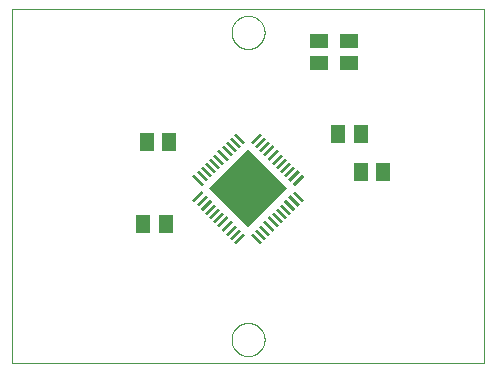
<source format=gbp>
G75*
%MOIN*%
%OFA0B0*%
%FSLAX25Y25*%
%IPPOS*%
%LPD*%
%AMOC8*
5,1,8,0,0,1.08239X$1,22.5*
%
%ADD10C,0.00000*%
%ADD11R,0.18504X0.18504*%
%ADD12R,0.04331X0.00984*%
%ADD13R,0.05118X0.05906*%
%ADD14R,0.05906X0.05118*%
D10*
X0008000Y0021082D02*
X0008000Y0139193D01*
X0165480Y0139193D01*
X0165480Y0021082D01*
X0008000Y0021082D01*
X0081228Y0028956D02*
X0081230Y0029104D01*
X0081236Y0029252D01*
X0081246Y0029400D01*
X0081260Y0029547D01*
X0081278Y0029694D01*
X0081299Y0029840D01*
X0081325Y0029986D01*
X0081355Y0030131D01*
X0081388Y0030275D01*
X0081426Y0030418D01*
X0081467Y0030560D01*
X0081512Y0030701D01*
X0081560Y0030841D01*
X0081613Y0030980D01*
X0081669Y0031117D01*
X0081729Y0031252D01*
X0081792Y0031386D01*
X0081859Y0031518D01*
X0081930Y0031648D01*
X0082004Y0031776D01*
X0082081Y0031902D01*
X0082162Y0032026D01*
X0082246Y0032148D01*
X0082333Y0032267D01*
X0082424Y0032384D01*
X0082518Y0032499D01*
X0082614Y0032611D01*
X0082714Y0032721D01*
X0082816Y0032827D01*
X0082922Y0032931D01*
X0083030Y0033032D01*
X0083141Y0033130D01*
X0083254Y0033226D01*
X0083370Y0033318D01*
X0083488Y0033407D01*
X0083609Y0033492D01*
X0083732Y0033575D01*
X0083857Y0033654D01*
X0083984Y0033730D01*
X0084113Y0033802D01*
X0084244Y0033871D01*
X0084377Y0033936D01*
X0084512Y0033997D01*
X0084648Y0034055D01*
X0084785Y0034110D01*
X0084924Y0034160D01*
X0085065Y0034207D01*
X0085206Y0034250D01*
X0085349Y0034290D01*
X0085493Y0034325D01*
X0085637Y0034357D01*
X0085783Y0034384D01*
X0085929Y0034408D01*
X0086076Y0034428D01*
X0086223Y0034444D01*
X0086370Y0034456D01*
X0086518Y0034464D01*
X0086666Y0034468D01*
X0086814Y0034468D01*
X0086962Y0034464D01*
X0087110Y0034456D01*
X0087257Y0034444D01*
X0087404Y0034428D01*
X0087551Y0034408D01*
X0087697Y0034384D01*
X0087843Y0034357D01*
X0087987Y0034325D01*
X0088131Y0034290D01*
X0088274Y0034250D01*
X0088415Y0034207D01*
X0088556Y0034160D01*
X0088695Y0034110D01*
X0088832Y0034055D01*
X0088968Y0033997D01*
X0089103Y0033936D01*
X0089236Y0033871D01*
X0089367Y0033802D01*
X0089496Y0033730D01*
X0089623Y0033654D01*
X0089748Y0033575D01*
X0089871Y0033492D01*
X0089992Y0033407D01*
X0090110Y0033318D01*
X0090226Y0033226D01*
X0090339Y0033130D01*
X0090450Y0033032D01*
X0090558Y0032931D01*
X0090664Y0032827D01*
X0090766Y0032721D01*
X0090866Y0032611D01*
X0090962Y0032499D01*
X0091056Y0032384D01*
X0091147Y0032267D01*
X0091234Y0032148D01*
X0091318Y0032026D01*
X0091399Y0031902D01*
X0091476Y0031776D01*
X0091550Y0031648D01*
X0091621Y0031518D01*
X0091688Y0031386D01*
X0091751Y0031252D01*
X0091811Y0031117D01*
X0091867Y0030980D01*
X0091920Y0030841D01*
X0091968Y0030701D01*
X0092013Y0030560D01*
X0092054Y0030418D01*
X0092092Y0030275D01*
X0092125Y0030131D01*
X0092155Y0029986D01*
X0092181Y0029840D01*
X0092202Y0029694D01*
X0092220Y0029547D01*
X0092234Y0029400D01*
X0092244Y0029252D01*
X0092250Y0029104D01*
X0092252Y0028956D01*
X0092250Y0028808D01*
X0092244Y0028660D01*
X0092234Y0028512D01*
X0092220Y0028365D01*
X0092202Y0028218D01*
X0092181Y0028072D01*
X0092155Y0027926D01*
X0092125Y0027781D01*
X0092092Y0027637D01*
X0092054Y0027494D01*
X0092013Y0027352D01*
X0091968Y0027211D01*
X0091920Y0027071D01*
X0091867Y0026932D01*
X0091811Y0026795D01*
X0091751Y0026660D01*
X0091688Y0026526D01*
X0091621Y0026394D01*
X0091550Y0026264D01*
X0091476Y0026136D01*
X0091399Y0026010D01*
X0091318Y0025886D01*
X0091234Y0025764D01*
X0091147Y0025645D01*
X0091056Y0025528D01*
X0090962Y0025413D01*
X0090866Y0025301D01*
X0090766Y0025191D01*
X0090664Y0025085D01*
X0090558Y0024981D01*
X0090450Y0024880D01*
X0090339Y0024782D01*
X0090226Y0024686D01*
X0090110Y0024594D01*
X0089992Y0024505D01*
X0089871Y0024420D01*
X0089748Y0024337D01*
X0089623Y0024258D01*
X0089496Y0024182D01*
X0089367Y0024110D01*
X0089236Y0024041D01*
X0089103Y0023976D01*
X0088968Y0023915D01*
X0088832Y0023857D01*
X0088695Y0023802D01*
X0088556Y0023752D01*
X0088415Y0023705D01*
X0088274Y0023662D01*
X0088131Y0023622D01*
X0087987Y0023587D01*
X0087843Y0023555D01*
X0087697Y0023528D01*
X0087551Y0023504D01*
X0087404Y0023484D01*
X0087257Y0023468D01*
X0087110Y0023456D01*
X0086962Y0023448D01*
X0086814Y0023444D01*
X0086666Y0023444D01*
X0086518Y0023448D01*
X0086370Y0023456D01*
X0086223Y0023468D01*
X0086076Y0023484D01*
X0085929Y0023504D01*
X0085783Y0023528D01*
X0085637Y0023555D01*
X0085493Y0023587D01*
X0085349Y0023622D01*
X0085206Y0023662D01*
X0085065Y0023705D01*
X0084924Y0023752D01*
X0084785Y0023802D01*
X0084648Y0023857D01*
X0084512Y0023915D01*
X0084377Y0023976D01*
X0084244Y0024041D01*
X0084113Y0024110D01*
X0083984Y0024182D01*
X0083857Y0024258D01*
X0083732Y0024337D01*
X0083609Y0024420D01*
X0083488Y0024505D01*
X0083370Y0024594D01*
X0083254Y0024686D01*
X0083141Y0024782D01*
X0083030Y0024880D01*
X0082922Y0024981D01*
X0082816Y0025085D01*
X0082714Y0025191D01*
X0082614Y0025301D01*
X0082518Y0025413D01*
X0082424Y0025528D01*
X0082333Y0025645D01*
X0082246Y0025764D01*
X0082162Y0025886D01*
X0082081Y0026010D01*
X0082004Y0026136D01*
X0081930Y0026264D01*
X0081859Y0026394D01*
X0081792Y0026526D01*
X0081729Y0026660D01*
X0081669Y0026795D01*
X0081613Y0026932D01*
X0081560Y0027071D01*
X0081512Y0027211D01*
X0081467Y0027352D01*
X0081426Y0027494D01*
X0081388Y0027637D01*
X0081355Y0027781D01*
X0081325Y0027926D01*
X0081299Y0028072D01*
X0081278Y0028218D01*
X0081260Y0028365D01*
X0081246Y0028512D01*
X0081236Y0028660D01*
X0081230Y0028808D01*
X0081228Y0028956D01*
X0081228Y0131319D02*
X0081230Y0131467D01*
X0081236Y0131615D01*
X0081246Y0131763D01*
X0081260Y0131910D01*
X0081278Y0132057D01*
X0081299Y0132203D01*
X0081325Y0132349D01*
X0081355Y0132494D01*
X0081388Y0132638D01*
X0081426Y0132781D01*
X0081467Y0132923D01*
X0081512Y0133064D01*
X0081560Y0133204D01*
X0081613Y0133343D01*
X0081669Y0133480D01*
X0081729Y0133615D01*
X0081792Y0133749D01*
X0081859Y0133881D01*
X0081930Y0134011D01*
X0082004Y0134139D01*
X0082081Y0134265D01*
X0082162Y0134389D01*
X0082246Y0134511D01*
X0082333Y0134630D01*
X0082424Y0134747D01*
X0082518Y0134862D01*
X0082614Y0134974D01*
X0082714Y0135084D01*
X0082816Y0135190D01*
X0082922Y0135294D01*
X0083030Y0135395D01*
X0083141Y0135493D01*
X0083254Y0135589D01*
X0083370Y0135681D01*
X0083488Y0135770D01*
X0083609Y0135855D01*
X0083732Y0135938D01*
X0083857Y0136017D01*
X0083984Y0136093D01*
X0084113Y0136165D01*
X0084244Y0136234D01*
X0084377Y0136299D01*
X0084512Y0136360D01*
X0084648Y0136418D01*
X0084785Y0136473D01*
X0084924Y0136523D01*
X0085065Y0136570D01*
X0085206Y0136613D01*
X0085349Y0136653D01*
X0085493Y0136688D01*
X0085637Y0136720D01*
X0085783Y0136747D01*
X0085929Y0136771D01*
X0086076Y0136791D01*
X0086223Y0136807D01*
X0086370Y0136819D01*
X0086518Y0136827D01*
X0086666Y0136831D01*
X0086814Y0136831D01*
X0086962Y0136827D01*
X0087110Y0136819D01*
X0087257Y0136807D01*
X0087404Y0136791D01*
X0087551Y0136771D01*
X0087697Y0136747D01*
X0087843Y0136720D01*
X0087987Y0136688D01*
X0088131Y0136653D01*
X0088274Y0136613D01*
X0088415Y0136570D01*
X0088556Y0136523D01*
X0088695Y0136473D01*
X0088832Y0136418D01*
X0088968Y0136360D01*
X0089103Y0136299D01*
X0089236Y0136234D01*
X0089367Y0136165D01*
X0089496Y0136093D01*
X0089623Y0136017D01*
X0089748Y0135938D01*
X0089871Y0135855D01*
X0089992Y0135770D01*
X0090110Y0135681D01*
X0090226Y0135589D01*
X0090339Y0135493D01*
X0090450Y0135395D01*
X0090558Y0135294D01*
X0090664Y0135190D01*
X0090766Y0135084D01*
X0090866Y0134974D01*
X0090962Y0134862D01*
X0091056Y0134747D01*
X0091147Y0134630D01*
X0091234Y0134511D01*
X0091318Y0134389D01*
X0091399Y0134265D01*
X0091476Y0134139D01*
X0091550Y0134011D01*
X0091621Y0133881D01*
X0091688Y0133749D01*
X0091751Y0133615D01*
X0091811Y0133480D01*
X0091867Y0133343D01*
X0091920Y0133204D01*
X0091968Y0133064D01*
X0092013Y0132923D01*
X0092054Y0132781D01*
X0092092Y0132638D01*
X0092125Y0132494D01*
X0092155Y0132349D01*
X0092181Y0132203D01*
X0092202Y0132057D01*
X0092220Y0131910D01*
X0092234Y0131763D01*
X0092244Y0131615D01*
X0092250Y0131467D01*
X0092252Y0131319D01*
X0092250Y0131171D01*
X0092244Y0131023D01*
X0092234Y0130875D01*
X0092220Y0130728D01*
X0092202Y0130581D01*
X0092181Y0130435D01*
X0092155Y0130289D01*
X0092125Y0130144D01*
X0092092Y0130000D01*
X0092054Y0129857D01*
X0092013Y0129715D01*
X0091968Y0129574D01*
X0091920Y0129434D01*
X0091867Y0129295D01*
X0091811Y0129158D01*
X0091751Y0129023D01*
X0091688Y0128889D01*
X0091621Y0128757D01*
X0091550Y0128627D01*
X0091476Y0128499D01*
X0091399Y0128373D01*
X0091318Y0128249D01*
X0091234Y0128127D01*
X0091147Y0128008D01*
X0091056Y0127891D01*
X0090962Y0127776D01*
X0090866Y0127664D01*
X0090766Y0127554D01*
X0090664Y0127448D01*
X0090558Y0127344D01*
X0090450Y0127243D01*
X0090339Y0127145D01*
X0090226Y0127049D01*
X0090110Y0126957D01*
X0089992Y0126868D01*
X0089871Y0126783D01*
X0089748Y0126700D01*
X0089623Y0126621D01*
X0089496Y0126545D01*
X0089367Y0126473D01*
X0089236Y0126404D01*
X0089103Y0126339D01*
X0088968Y0126278D01*
X0088832Y0126220D01*
X0088695Y0126165D01*
X0088556Y0126115D01*
X0088415Y0126068D01*
X0088274Y0126025D01*
X0088131Y0125985D01*
X0087987Y0125950D01*
X0087843Y0125918D01*
X0087697Y0125891D01*
X0087551Y0125867D01*
X0087404Y0125847D01*
X0087257Y0125831D01*
X0087110Y0125819D01*
X0086962Y0125811D01*
X0086814Y0125807D01*
X0086666Y0125807D01*
X0086518Y0125811D01*
X0086370Y0125819D01*
X0086223Y0125831D01*
X0086076Y0125847D01*
X0085929Y0125867D01*
X0085783Y0125891D01*
X0085637Y0125918D01*
X0085493Y0125950D01*
X0085349Y0125985D01*
X0085206Y0126025D01*
X0085065Y0126068D01*
X0084924Y0126115D01*
X0084785Y0126165D01*
X0084648Y0126220D01*
X0084512Y0126278D01*
X0084377Y0126339D01*
X0084244Y0126404D01*
X0084113Y0126473D01*
X0083984Y0126545D01*
X0083857Y0126621D01*
X0083732Y0126700D01*
X0083609Y0126783D01*
X0083488Y0126868D01*
X0083370Y0126957D01*
X0083254Y0127049D01*
X0083141Y0127145D01*
X0083030Y0127243D01*
X0082922Y0127344D01*
X0082816Y0127448D01*
X0082714Y0127554D01*
X0082614Y0127664D01*
X0082518Y0127776D01*
X0082424Y0127891D01*
X0082333Y0128008D01*
X0082246Y0128127D01*
X0082162Y0128249D01*
X0082081Y0128373D01*
X0082004Y0128499D01*
X0081930Y0128627D01*
X0081859Y0128757D01*
X0081792Y0128889D01*
X0081729Y0129023D01*
X0081669Y0129158D01*
X0081613Y0129295D01*
X0081560Y0129434D01*
X0081512Y0129574D01*
X0081467Y0129715D01*
X0081426Y0129857D01*
X0081388Y0130000D01*
X0081355Y0130144D01*
X0081325Y0130289D01*
X0081299Y0130435D01*
X0081278Y0130581D01*
X0081260Y0130728D01*
X0081246Y0130875D01*
X0081236Y0131023D01*
X0081230Y0131171D01*
X0081228Y0131319D01*
D11*
G36*
X0086750Y0092404D02*
X0099834Y0079320D01*
X0086750Y0066236D01*
X0073666Y0079320D01*
X0086750Y0092404D01*
G37*
D12*
G36*
X0085148Y0094145D02*
X0082088Y0097205D01*
X0082784Y0097901D01*
X0085844Y0094841D01*
X0085148Y0094145D01*
G37*
G36*
X0083756Y0092753D02*
X0080696Y0095813D01*
X0081392Y0096509D01*
X0084452Y0093449D01*
X0083756Y0092753D01*
G37*
G36*
X0082364Y0091361D02*
X0079304Y0094421D01*
X0080000Y0095117D01*
X0083060Y0092057D01*
X0082364Y0091361D01*
G37*
G36*
X0080972Y0089969D02*
X0077912Y0093029D01*
X0078608Y0093725D01*
X0081668Y0090665D01*
X0080972Y0089969D01*
G37*
G36*
X0079580Y0088577D02*
X0076520Y0091637D01*
X0077216Y0092333D01*
X0080276Y0089273D01*
X0079580Y0088577D01*
G37*
G36*
X0078188Y0087185D02*
X0075128Y0090245D01*
X0075824Y0090941D01*
X0078884Y0087881D01*
X0078188Y0087185D01*
G37*
G36*
X0076796Y0085793D02*
X0073736Y0088853D01*
X0074432Y0089549D01*
X0077492Y0086489D01*
X0076796Y0085793D01*
G37*
G36*
X0075405Y0084401D02*
X0072345Y0087461D01*
X0073041Y0088157D01*
X0076101Y0085097D01*
X0075405Y0084401D01*
G37*
G36*
X0074013Y0083009D02*
X0070953Y0086069D01*
X0071649Y0086765D01*
X0074709Y0083705D01*
X0074013Y0083009D01*
G37*
G36*
X0072621Y0081617D02*
X0069561Y0084677D01*
X0070257Y0085373D01*
X0073317Y0082313D01*
X0072621Y0081617D01*
G37*
G36*
X0071229Y0080225D02*
X0068169Y0083285D01*
X0068865Y0083981D01*
X0071925Y0080921D01*
X0071229Y0080225D01*
G37*
G36*
X0071925Y0077718D02*
X0068865Y0074658D01*
X0068169Y0075354D01*
X0071229Y0078414D01*
X0071925Y0077718D01*
G37*
G36*
X0073317Y0076326D02*
X0070257Y0073266D01*
X0069561Y0073962D01*
X0072621Y0077022D01*
X0073317Y0076326D01*
G37*
G36*
X0074709Y0074934D02*
X0071649Y0071874D01*
X0070953Y0072570D01*
X0074013Y0075630D01*
X0074709Y0074934D01*
G37*
G36*
X0076101Y0073542D02*
X0073041Y0070482D01*
X0072345Y0071178D01*
X0075405Y0074238D01*
X0076101Y0073542D01*
G37*
G36*
X0077492Y0072150D02*
X0074432Y0069090D01*
X0073736Y0069786D01*
X0076796Y0072846D01*
X0077492Y0072150D01*
G37*
G36*
X0078884Y0070758D02*
X0075824Y0067698D01*
X0075128Y0068394D01*
X0078188Y0071454D01*
X0078884Y0070758D01*
G37*
G36*
X0080276Y0069366D02*
X0077216Y0066306D01*
X0076520Y0067002D01*
X0079580Y0070062D01*
X0080276Y0069366D01*
G37*
G36*
X0081668Y0067974D02*
X0078608Y0064914D01*
X0077912Y0065610D01*
X0080972Y0068670D01*
X0081668Y0067974D01*
G37*
G36*
X0083060Y0066582D02*
X0080000Y0063522D01*
X0079304Y0064218D01*
X0082364Y0067278D01*
X0083060Y0066582D01*
G37*
G36*
X0084452Y0065190D02*
X0081392Y0062130D01*
X0080696Y0062826D01*
X0083756Y0065886D01*
X0084452Y0065190D01*
G37*
G36*
X0085844Y0063798D02*
X0082784Y0060738D01*
X0082088Y0061434D01*
X0085148Y0064494D01*
X0085844Y0063798D01*
G37*
G36*
X0088352Y0064494D02*
X0091412Y0061434D01*
X0090716Y0060738D01*
X0087656Y0063798D01*
X0088352Y0064494D01*
G37*
G36*
X0089744Y0065886D02*
X0092804Y0062826D01*
X0092108Y0062130D01*
X0089048Y0065190D01*
X0089744Y0065886D01*
G37*
G36*
X0091136Y0067278D02*
X0094196Y0064218D01*
X0093500Y0063522D01*
X0090440Y0066582D01*
X0091136Y0067278D01*
G37*
G36*
X0092528Y0068670D02*
X0095588Y0065610D01*
X0094892Y0064914D01*
X0091832Y0067974D01*
X0092528Y0068670D01*
G37*
G36*
X0093920Y0070062D02*
X0096980Y0067002D01*
X0096284Y0066306D01*
X0093224Y0069366D01*
X0093920Y0070062D01*
G37*
G36*
X0095312Y0071454D02*
X0098372Y0068394D01*
X0097676Y0067698D01*
X0094616Y0070758D01*
X0095312Y0071454D01*
G37*
G36*
X0096704Y0072846D02*
X0099764Y0069786D01*
X0099068Y0069090D01*
X0096008Y0072150D01*
X0096704Y0072846D01*
G37*
G36*
X0098095Y0074238D02*
X0101155Y0071178D01*
X0100459Y0070482D01*
X0097399Y0073542D01*
X0098095Y0074238D01*
G37*
G36*
X0099487Y0075630D02*
X0102547Y0072570D01*
X0101851Y0071874D01*
X0098791Y0074934D01*
X0099487Y0075630D01*
G37*
G36*
X0100879Y0077022D02*
X0103939Y0073962D01*
X0103243Y0073266D01*
X0100183Y0076326D01*
X0100879Y0077022D01*
G37*
G36*
X0102271Y0078414D02*
X0105331Y0075354D01*
X0104635Y0074658D01*
X0101575Y0077718D01*
X0102271Y0078414D01*
G37*
G36*
X0105331Y0083285D02*
X0102271Y0080225D01*
X0101575Y0080921D01*
X0104635Y0083981D01*
X0105331Y0083285D01*
G37*
G36*
X0103939Y0084677D02*
X0100879Y0081617D01*
X0100183Y0082313D01*
X0103243Y0085373D01*
X0103939Y0084677D01*
G37*
G36*
X0102547Y0086069D02*
X0099487Y0083009D01*
X0098791Y0083705D01*
X0101851Y0086765D01*
X0102547Y0086069D01*
G37*
G36*
X0101155Y0087461D02*
X0098095Y0084401D01*
X0097399Y0085097D01*
X0100459Y0088157D01*
X0101155Y0087461D01*
G37*
G36*
X0099764Y0088853D02*
X0096704Y0085793D01*
X0096008Y0086489D01*
X0099068Y0089549D01*
X0099764Y0088853D01*
G37*
G36*
X0098372Y0090245D02*
X0095312Y0087185D01*
X0094616Y0087881D01*
X0097676Y0090941D01*
X0098372Y0090245D01*
G37*
G36*
X0096980Y0091637D02*
X0093920Y0088577D01*
X0093224Y0089273D01*
X0096284Y0092333D01*
X0096980Y0091637D01*
G37*
G36*
X0095588Y0093029D02*
X0092528Y0089969D01*
X0091832Y0090665D01*
X0094892Y0093725D01*
X0095588Y0093029D01*
G37*
G36*
X0094196Y0094421D02*
X0091136Y0091361D01*
X0090440Y0092057D01*
X0093500Y0095117D01*
X0094196Y0094421D01*
G37*
G36*
X0092804Y0095813D02*
X0089744Y0092753D01*
X0089048Y0093449D01*
X0092108Y0096509D01*
X0092804Y0095813D01*
G37*
G36*
X0091412Y0097205D02*
X0088352Y0094145D01*
X0087656Y0094841D01*
X0090716Y0097901D01*
X0091412Y0097205D01*
G37*
D13*
X0116760Y0097332D03*
X0124240Y0097332D03*
X0124260Y0084832D03*
X0131740Y0084832D03*
X0060490Y0094832D03*
X0053010Y0094832D03*
X0051760Y0067332D03*
X0059240Y0067332D03*
D14*
X0110500Y0121092D03*
X0110500Y0128573D03*
X0120500Y0128573D03*
X0120500Y0121092D03*
M02*

</source>
